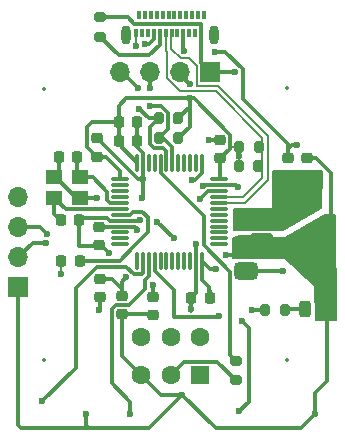
<source format=gtl>
%TF.GenerationSoftware,KiCad,Pcbnew,8.0.5*%
%TF.CreationDate,2024-09-25T16:09:38-04:00*%
%TF.ProjectId,kryptkey,6b727970-746b-4657-992e-6b696361645f,v0.1*%
%TF.SameCoordinates,Original*%
%TF.FileFunction,Copper,L1,Top*%
%TF.FilePolarity,Positive*%
%FSLAX46Y46*%
G04 Gerber Fmt 4.6, Leading zero omitted, Abs format (unit mm)*
G04 Created by KiCad (PCBNEW 8.0.5) date 2024-09-25 16:09:38*
%MOMM*%
%LPD*%
G01*
G04 APERTURE LIST*
G04 Aperture macros list*
%AMRoundRect*
0 Rectangle with rounded corners*
0 $1 Rounding radius*
0 $2 $3 $4 $5 $6 $7 $8 $9 X,Y pos of 4 corners*
0 Add a 4 corners polygon primitive as box body*
4,1,4,$2,$3,$4,$5,$6,$7,$8,$9,$2,$3,0*
0 Add four circle primitives for the rounded corners*
1,1,$1+$1,$2,$3*
1,1,$1+$1,$4,$5*
1,1,$1+$1,$6,$7*
1,1,$1+$1,$8,$9*
0 Add four rect primitives between the rounded corners*
20,1,$1+$1,$2,$3,$4,$5,0*
20,1,$1+$1,$4,$5,$6,$7,0*
20,1,$1+$1,$6,$7,$8,$9,0*
20,1,$1+$1,$8,$9,$2,$3,0*%
G04 Aperture macros list end*
%TA.AperFunction,Conductor*%
%ADD10C,0.200000*%
%TD*%
%TA.AperFunction,SMDPad,CuDef*%
%ADD11RoundRect,0.200000X-0.275000X0.200000X-0.275000X-0.200000X0.275000X-0.200000X0.275000X0.200000X0*%
%TD*%
%TA.AperFunction,SMDPad,CuDef*%
%ADD12RoundRect,0.200000X-0.200000X-0.275000X0.200000X-0.275000X0.200000X0.275000X-0.200000X0.275000X0*%
%TD*%
%TA.AperFunction,SMDPad,CuDef*%
%ADD13RoundRect,0.225000X0.225000X0.250000X-0.225000X0.250000X-0.225000X-0.250000X0.225000X-0.250000X0*%
%TD*%
%TA.AperFunction,SMDPad,CuDef*%
%ADD14RoundRect,0.225000X-0.225000X-0.250000X0.225000X-0.250000X0.225000X0.250000X-0.225000X0.250000X0*%
%TD*%
%TA.AperFunction,ComponentPad*%
%ADD15R,1.600000X1.600000*%
%TD*%
%TA.AperFunction,ComponentPad*%
%ADD16C,1.600000*%
%TD*%
%TA.AperFunction,SMDPad,CuDef*%
%ADD17RoundRect,0.375000X-0.625000X-0.375000X0.625000X-0.375000X0.625000X0.375000X-0.625000X0.375000X0*%
%TD*%
%TA.AperFunction,SMDPad,CuDef*%
%ADD18RoundRect,0.500000X-0.500000X-1.400000X0.500000X-1.400000X0.500000X1.400000X-0.500000X1.400000X0*%
%TD*%
%TA.AperFunction,SMDPad,CuDef*%
%ADD19RoundRect,0.200000X0.200000X0.275000X-0.200000X0.275000X-0.200000X-0.275000X0.200000X-0.275000X0*%
%TD*%
%TA.AperFunction,SMDPad,CuDef*%
%ADD20RoundRect,0.075000X-0.662500X-0.075000X0.662500X-0.075000X0.662500X0.075000X-0.662500X0.075000X0*%
%TD*%
%TA.AperFunction,SMDPad,CuDef*%
%ADD21RoundRect,0.075000X-0.075000X-0.662500X0.075000X-0.662500X0.075000X0.662500X-0.075000X0.662500X0*%
%TD*%
%TA.AperFunction,SMDPad,CuDef*%
%ADD22RoundRect,0.225000X0.250000X-0.225000X0.250000X0.225000X-0.250000X0.225000X-0.250000X-0.225000X0*%
%TD*%
%TA.AperFunction,SMDPad,CuDef*%
%ADD23R,1.400000X1.200000*%
%TD*%
%TA.AperFunction,SMDPad,CuDef*%
%ADD24RoundRect,0.218750X-0.256250X0.218750X-0.256250X-0.218750X0.256250X-0.218750X0.256250X0.218750X0*%
%TD*%
%TA.AperFunction,SMDPad,CuDef*%
%ADD25RoundRect,0.225000X-0.250000X0.225000X-0.250000X-0.225000X0.250000X-0.225000X0.250000X0.225000X0*%
%TD*%
%TA.AperFunction,ComponentPad*%
%ADD26R,1.700000X1.700000*%
%TD*%
%TA.AperFunction,ComponentPad*%
%ADD27O,1.700000X1.700000*%
%TD*%
%TA.AperFunction,SMDPad,CuDef*%
%ADD28RoundRect,0.200000X0.275000X-0.200000X0.275000X0.200000X-0.275000X0.200000X-0.275000X-0.200000X0*%
%TD*%
%TA.AperFunction,SMDPad,CuDef*%
%ADD29R,0.300000X0.800000*%
%TD*%
%TA.AperFunction,ComponentPad*%
%ADD30O,0.800000X1.600000*%
%TD*%
%TA.AperFunction,SMDPad,CuDef*%
%ADD31RoundRect,0.243750X-0.243750X-0.456250X0.243750X-0.456250X0.243750X0.456250X-0.243750X0.456250X0*%
%TD*%
%TA.AperFunction,ViaPad*%
%ADD32C,0.600000*%
%TD*%
%TA.AperFunction,Conductor*%
%ADD33C,0.300000*%
%TD*%
%ADD34C,0.300000*%
%ADD35C,0.350000*%
%ADD36O,0.500000X1.300000*%
G04 APERTURE END LIST*
D10*
%TO.N,GND*%
X121574380Y-66454380D02*
X121524380Y-69554380D01*
X118324380Y-71404380D01*
X114124380Y-71404380D01*
X114124380Y-69654380D01*
X117474380Y-69654380D01*
X117474380Y-66404380D01*
X121574380Y-66454380D01*
%TA.AperFunction,Conductor*%
G36*
X121574380Y-66454380D02*
G01*
X121524380Y-69554380D01*
X118324380Y-71404380D01*
X114124380Y-71404380D01*
X114124380Y-69654380D01*
X117474380Y-69654380D01*
X117474380Y-66404380D01*
X121574380Y-66454380D01*
G37*
%TD.AperFunction*%
%TO.N,+3V3*%
X122766880Y-79054380D02*
X121086880Y-79054380D01*
X121024380Y-76154380D01*
X118424380Y-73754380D01*
X114024380Y-73754380D01*
X114024380Y-72054380D01*
X118424380Y-72054380D01*
X121824380Y-70104380D01*
X122674380Y-70104380D01*
X122766880Y-79054380D01*
%TA.AperFunction,Conductor*%
G36*
X122766880Y-79054380D02*
G01*
X121086880Y-79054380D01*
X121024380Y-76154380D01*
X118424380Y-73754380D01*
X114024380Y-73754380D01*
X114024380Y-72054380D01*
X118424380Y-72054380D01*
X121824380Y-70104380D01*
X122674380Y-70104380D01*
X122766880Y-79054380D01*
G37*
%TD.AperFunction*%
%TD*%
D11*
%TO.P,R6,1*%
%TO.N,GND*%
X102824380Y-53404380D03*
%TO.P,R6,2*%
%TO.N,Net-(J3-CC1)*%
X102824380Y-55054380D03*
%TD*%
D12*
%TO.P,R2,1*%
%TO.N,/I2C1_SDA_OLED*%
X107749380Y-61954380D03*
%TO.P,R2,2*%
%TO.N,+3V3*%
X109399380Y-61954380D03*
%TD*%
D13*
%TO.P,C10,1*%
%TO.N,+3V3*%
X112074380Y-77166880D03*
%TO.P,C10,2*%
%TO.N,GND*%
X110524380Y-77166880D03*
%TD*%
D14*
%TO.P,C7,1*%
%TO.N,/HSE_OUT*%
X99486880Y-70604380D03*
%TO.P,C7,2*%
%TO.N,GND*%
X101036880Y-70604380D03*
%TD*%
D15*
%TO.P,SW4,1,A*%
%TO.N,GND*%
X111274380Y-83704380D03*
D16*
%TO.P,SW4,2,B*%
%TO.N,/SW_BOOT0*%
X108774380Y-83704380D03*
%TO.P,SW4,3,C*%
%TO.N,+3V3*%
X106274380Y-83704380D03*
%TO.P,SW4,4*%
%TO.N,N/C*%
X111274380Y-80504380D03*
%TO.P,SW4,5*%
X108774380Y-80504380D03*
%TO.P,SW4,6*%
X106274380Y-80504380D03*
%TD*%
D12*
%TO.P,R1,1*%
%TO.N,/I2C1_SCL_OLED*%
X107774380Y-63604380D03*
%TO.P,R1,2*%
%TO.N,+3V3*%
X109424380Y-63604380D03*
%TD*%
D17*
%TO.P,U1,1,GND*%
%TO.N,GND*%
X115174380Y-70304380D03*
%TO.P,U1,2,VO*%
%TO.N,+3V3*%
X115174380Y-72604380D03*
D18*
X121474380Y-72604380D03*
D17*
%TO.P,U1,3,VI*%
%TO.N,VBUS*%
X115174380Y-74904380D03*
%TD*%
D19*
%TO.P,R5,1*%
%TO.N,/USB_D+*%
X116224380Y-64354380D03*
%TO.P,R5,2*%
%TO.N,+3V3*%
X114574380Y-64354380D03*
%TD*%
D14*
%TO.P,C3,1*%
%TO.N,+3V3*%
X104374380Y-62254380D03*
%TO.P,C3,2*%
%TO.N,GND*%
X105924380Y-62254380D03*
%TD*%
D20*
%TO.P,U2,1,VBAT*%
%TO.N,+3V3*%
X104511880Y-67116880D03*
%TO.P,U2,2,PC13*%
%TO.N,unconnected-(U2-PC13-Pad2)*%
X104511880Y-67616880D03*
%TO.P,U2,3,PC14*%
%TO.N,unconnected-(U2-PC14-Pad3)*%
X104511880Y-68116880D03*
%TO.P,U2,4,PC15*%
%TO.N,unconnected-(U2-PC15-Pad4)*%
X104511880Y-68616880D03*
%TO.P,U2,5,PD0*%
%TO.N,/HSE_IN*%
X104511880Y-69116880D03*
%TO.P,U2,6,PD1*%
%TO.N,/HSE_OUT*%
X104511880Y-69616880D03*
%TO.P,U2,7,NRST*%
%TO.N,/NRST*%
X104511880Y-70116880D03*
%TO.P,U2,8,VSSA*%
%TO.N,GND*%
X104511880Y-70616880D03*
%TO.P,U2,9,VDDA*%
%TO.N,+3V3_A*%
X104511880Y-71116880D03*
%TO.P,U2,10,PA0*%
%TO.N,unconnected-(U2-PA0-Pad10)*%
X104511880Y-71616880D03*
%TO.P,U2,11,PA1*%
%TO.N,unconnected-(U2-PA1-Pad11)*%
X104511880Y-72116880D03*
%TO.P,U2,12,PA2*%
%TO.N,unconnected-(U2-PA2-Pad12)*%
X104511880Y-72616880D03*
D21*
%TO.P,U2,13,PA3*%
%TO.N,unconnected-(U2-PA3-Pad13)*%
X105924380Y-74029380D03*
%TO.P,U2,14,PA4*%
%TO.N,/UI_DOWN_BUTTON*%
X106424380Y-74029380D03*
%TO.P,U2,15,PA5*%
%TO.N,/UI_ENTER_BUTTON*%
X106924380Y-74029380D03*
%TO.P,U2,16,PA6*%
%TO.N,/UI_UP_BUTTON*%
X107424380Y-74029380D03*
%TO.P,U2,17,PA7*%
%TO.N,unconnected-(U2-PA7-Pad17)*%
X107924380Y-74029380D03*
%TO.P,U2,18,PB0*%
%TO.N,unconnected-(U2-PB0-Pad18)*%
X108424380Y-74029380D03*
%TO.P,U2,19,PB1*%
%TO.N,unconnected-(U2-PB1-Pad19)*%
X108924380Y-74029380D03*
%TO.P,U2,20,PB2*%
%TO.N,unconnected-(U2-PB2-Pad20)*%
X109424380Y-74029380D03*
%TO.P,U2,21,PB10*%
%TO.N,unconnected-(U2-PB10-Pad21)*%
X109924380Y-74029380D03*
%TO.P,U2,22,PB11*%
%TO.N,unconnected-(U2-PB11-Pad22)*%
X110424380Y-74029380D03*
%TO.P,U2,23,VSS*%
%TO.N,GND*%
X110924380Y-74029380D03*
%TO.P,U2,24,VDD*%
%TO.N,+3V3*%
X111424380Y-74029380D03*
D20*
%TO.P,U2,25,PB12*%
%TO.N,unconnected-(U2-PB12-Pad25)*%
X112836880Y-72616880D03*
%TO.P,U2,26,PB13*%
%TO.N,unconnected-(U2-PB13-Pad26)*%
X112836880Y-72116880D03*
%TO.P,U2,27,PB14*%
%TO.N,unconnected-(U2-PB14-Pad27)*%
X112836880Y-71616880D03*
%TO.P,U2,28,PB15*%
%TO.N,unconnected-(U2-PB15-Pad28)*%
X112836880Y-71116880D03*
%TO.P,U2,29,PA8*%
%TO.N,unconnected-(U2-PA8-Pad29)*%
X112836880Y-70616880D03*
%TO.P,U2,30,PA9*%
%TO.N,unconnected-(U2-PA9-Pad30)*%
X112836880Y-70116880D03*
%TO.P,U2,31,PA10*%
%TO.N,unconnected-(U2-PA10-Pad31)*%
X112836880Y-69616880D03*
%TO.P,U2,32,PA11*%
%TO.N,/USB_D-*%
X112836880Y-69116880D03*
%TO.P,U2,33,PA12*%
%TO.N,/USB_D+*%
X112836880Y-68616880D03*
%TO.P,U2,34,PA13*%
%TO.N,/SWDIO*%
X112836880Y-68116880D03*
%TO.P,U2,35,VSS*%
%TO.N,GND*%
X112836880Y-67616880D03*
%TO.P,U2,36,VDD*%
%TO.N,+3V3*%
X112836880Y-67116880D03*
D21*
%TO.P,U2,37,PA14*%
%TO.N,/SWCLK*%
X111424380Y-65704380D03*
%TO.P,U2,38,PA15*%
%TO.N,unconnected-(U2-PA15-Pad38)*%
X110924380Y-65704380D03*
%TO.P,U2,39,PB3*%
%TO.N,unconnected-(U2-PB3-Pad39)*%
X110424380Y-65704380D03*
%TO.P,U2,40,PB4*%
%TO.N,unconnected-(U2-PB4-Pad40)*%
X109924380Y-65704380D03*
%TO.P,U2,41,PB5*%
%TO.N,unconnected-(U2-PB5-Pad41)*%
X109424380Y-65704380D03*
%TO.P,U2,42,PB6*%
%TO.N,/I2C1_SCL_OLED*%
X108924380Y-65704380D03*
%TO.P,U2,43,PB7*%
%TO.N,/I2C1_SDA_OLED*%
X108424380Y-65704380D03*
%TO.P,U2,44,BOOT0*%
%TO.N,/BOOT0*%
X107924380Y-65704380D03*
%TO.P,U2,45,PB8*%
%TO.N,unconnected-(U2-PB8-Pad45)*%
X107424380Y-65704380D03*
%TO.P,U2,46,PB9*%
%TO.N,unconnected-(U2-PB9-Pad46)*%
X106924380Y-65704380D03*
%TO.P,U2,47,VSS*%
%TO.N,GND*%
X106424380Y-65704380D03*
%TO.P,U2,48,VDD*%
%TO.N,+3V3*%
X105924380Y-65704380D03*
%TD*%
D22*
%TO.P,C8,1*%
%TO.N,+3V3*%
X112974380Y-65354380D03*
%TO.P,C8,2*%
%TO.N,GND*%
X112974380Y-63804380D03*
%TD*%
D23*
%TO.P,Y1,1,1*%
%TO.N,/HSE_IN*%
X101136880Y-66966880D03*
%TO.P,Y1,2,2*%
%TO.N,GND*%
X98936880Y-66966880D03*
%TO.P,Y1,3,3*%
%TO.N,/HSE_OUT*%
X98936880Y-68666880D03*
%TO.P,Y1,4,4*%
%TO.N,GND*%
X101136880Y-68666880D03*
%TD*%
D24*
%TO.P,FB1,1*%
%TO.N,+3V3_A*%
X104624380Y-76979380D03*
%TO.P,FB1,2*%
%TO.N,+3V3*%
X104624380Y-78554380D03*
%TD*%
D25*
%TO.P,C2,1*%
%TO.N,+3V3*%
X120324380Y-65354380D03*
%TO.P,C2,2*%
%TO.N,GND*%
X120324380Y-66904380D03*
%TD*%
D26*
%TO.P,J2,1,Pin_1*%
%TO.N,+3V3*%
X95874380Y-76274380D03*
D27*
%TO.P,J2,2,Pin_2*%
%TO.N,/SWDIO*%
X95874380Y-73734380D03*
%TO.P,J2,3,Pin_3*%
%TO.N,/SWCLK*%
X95874380Y-71194380D03*
%TO.P,J2,4,Pin_4*%
%TO.N,GND*%
X95874380Y-68654380D03*
%TD*%
D25*
%TO.P,C12,1*%
%TO.N,+3V3_A*%
X102774380Y-75566880D03*
%TO.P,C12,2*%
%TO.N,GND*%
X102774380Y-77116880D03*
%TD*%
D28*
%TO.P,R4,1*%
%TO.N,/SW_BOOT0*%
X114324380Y-84154380D03*
%TO.P,R4,2*%
%TO.N,/BOOT0*%
X114324380Y-82504380D03*
%TD*%
D26*
%TO.P,J1,1,Pin_1*%
%TO.N,GND*%
X112124380Y-58054380D03*
D27*
%TO.P,J1,2,Pin_2*%
%TO.N,+3V3*%
X109584380Y-58054380D03*
%TO.P,J1,3,Pin_3*%
%TO.N,/I2C1_SCL_OLED*%
X107044380Y-58054380D03*
%TO.P,J1,4,Pin_4*%
%TO.N,/I2C1_SDA_OLED*%
X104504380Y-58054380D03*
%TD*%
D22*
%TO.P,C9,1*%
%TO.N,+3V3*%
X102524380Y-65204380D03*
%TO.P,C9,2*%
%TO.N,GND*%
X102524380Y-63654380D03*
%TD*%
%TO.P,C13,1*%
%TO.N,+3V3*%
X107274380Y-78604380D03*
%TO.P,C13,2*%
%TO.N,GND*%
X107274380Y-77054380D03*
%TD*%
D12*
%TO.P,R3,1*%
%TO.N,GND*%
X116774380Y-78204380D03*
%TO.P,R3,2*%
%TO.N,/PWR_LED_K*%
X118424380Y-78204380D03*
%TD*%
D29*
%TO.P,J3,A1,GND_A*%
%TO.N,GND*%
X105849380Y-54691880D03*
%TO.P,J3,A2,SSTXP1*%
%TO.N,unconnected-(J3-SSTXP1-PadA2)*%
X106349380Y-54691880D03*
%TO.P,J3,A3,SSTXN1*%
%TO.N,unconnected-(J3-SSTXN1-PadA3)*%
X106849380Y-54691880D03*
%TO.P,J3,A4,VBUS_A*%
%TO.N,VBUS*%
X107349380Y-54691880D03*
%TO.P,J3,A5,CC1*%
%TO.N,Net-(J3-CC1)*%
X107849380Y-54691880D03*
%TO.P,J3,A6,DP1*%
%TO.N,/USB_D+*%
X108349380Y-54691880D03*
%TO.P,J3,A7,DN1*%
%TO.N,/USB_D-*%
X108849380Y-54691880D03*
%TO.P,J3,A8,SBU1*%
%TO.N,unconnected-(J3-SBU1-PadA8)*%
X109349380Y-54691880D03*
%TO.P,J3,A9,VBUS_A*%
%TO.N,VBUS*%
X109849380Y-54691880D03*
%TO.P,J3,A10,SSRXN2*%
%TO.N,unconnected-(J3-SSRXN2-PadA10)*%
X110349380Y-54691880D03*
%TO.P,J3,A11,SSRXP2*%
%TO.N,unconnected-(J3-SSRXP2-PadA11)*%
X110849380Y-54691880D03*
%TO.P,J3,A12,GND_A*%
%TO.N,GND*%
X111349380Y-54691880D03*
%TO.P,J3,B1,GND_B*%
%TO.N,unconnected-(J3-GND_B-PadB1)_1*%
X111599380Y-53191880D03*
%TO.P,J3,B2,SSTXP2*%
%TO.N,unconnected-(J3-SSTXP2-PadB2)*%
X111099380Y-53191880D03*
%TO.P,J3,B3,SSTXN2*%
%TO.N,unconnected-(J3-SSTXN2-PadB3)*%
X110599380Y-53191880D03*
%TO.P,J3,B4,VBUS_B*%
%TO.N,unconnected-(J3-VBUS_B-PadB4)_1*%
X110099380Y-53191880D03*
%TO.P,J3,B5,CC2*%
%TO.N,unconnected-(J3-CC2-PadB5)*%
X109599380Y-53191880D03*
%TO.P,J3,B6,DP2*%
%TO.N,unconnected-(J3-DP2-PadB6)*%
X109099380Y-53191880D03*
%TO.P,J3,B7,DN2*%
%TO.N,unconnected-(J3-DN2-PadB7)*%
X108599380Y-53191880D03*
%TO.P,J3,B8,SBU2*%
%TO.N,unconnected-(J3-SBU2-PadB8)*%
X108099380Y-53191880D03*
%TO.P,J3,B9,VBUS_B*%
%TO.N,unconnected-(J3-VBUS_B-PadB4)*%
X107599380Y-53191880D03*
%TO.P,J3,B10,SSRXN1*%
%TO.N,unconnected-(J3-SSRXN1-PadB10)*%
X107099380Y-53191880D03*
%TO.P,J3,B11,SSRXP1*%
%TO.N,unconnected-(J3-SSRXP1-PadB11)*%
X106599380Y-53191880D03*
%TO.P,J3,B12,GND_B*%
%TO.N,unconnected-(J3-GND_B-PadB1)*%
X106099380Y-53191880D03*
D30*
%TO.P,J3,S1,SHELL_GND*%
%TO.N,unconnected-(J3-SHELL_GND-PadS1)*%
X112424380Y-54891880D03*
%TO.P,J3,S2,SHELL_GND*%
%TO.N,unconnected-(J3-SHELL_GND-PadS1)_1*%
X105024380Y-54891880D03*
%TD*%
D13*
%TO.P,C4,1*%
%TO.N,/NRST*%
X101074380Y-74004380D03*
%TO.P,C4,2*%
%TO.N,GND*%
X99524380Y-74004380D03*
%TD*%
D25*
%TO.P,C1,1*%
%TO.N,VBUS*%
X118724380Y-65354380D03*
%TO.P,C1,2*%
%TO.N,GND*%
X118724380Y-66904380D03*
%TD*%
D13*
%TO.P,C5,1*%
%TO.N,/HSE_IN*%
X100836880Y-65266880D03*
%TO.P,C5,2*%
%TO.N,GND*%
X99286880Y-65266880D03*
%TD*%
D12*
%TO.P,R3,1*%
%TO.N,+3V3*%
X114549380Y-65954380D03*
%TO.P,R3,2*%
%TO.N,/USB_D+*%
X116199380Y-65954380D03*
%TD*%
D31*
%TO.P,D1,1,K*%
%TO.N,/PWR_LED_K*%
X120149380Y-78104380D03*
%TO.P,D1,2,A*%
%TO.N,+3V3*%
X122024380Y-78104380D03*
%TD*%
D25*
%TO.P,C11,1*%
%TO.N,+3V3_A*%
X102674380Y-71166880D03*
%TO.P,C11,2*%
%TO.N,GND*%
X102674380Y-72716880D03*
%TD*%
D14*
%TO.P,C6,1*%
%TO.N,+3V3*%
X104374380Y-63904380D03*
%TO.P,C6,2*%
%TO.N,GND*%
X105924380Y-63904380D03*
%TD*%
D32*
%TO.N,+3V3*%
X120974380Y-86954380D03*
%TO.N,/UI_UP_BUTTON*%
X114574380Y-86754380D03*
%TO.N,+3V3*%
X109774380Y-85354380D03*
%TO.N,/UI_ENTER_BUTTON*%
X105374380Y-86954380D03*
%TO.N,+3V3*%
X101574380Y-86954380D03*
%TO.N,/UI_DOWN_BUTTON*%
X97911880Y-85891880D03*
%TO.N,GND*%
X106174380Y-70604380D03*
X112024380Y-63804380D03*
X110924380Y-72604380D03*
X106374380Y-68704380D03*
X99524380Y-75104380D03*
X117849380Y-68904380D03*
X105851149Y-55863614D03*
X107274380Y-76054380D03*
X111474380Y-67654380D03*
X114474380Y-67754380D03*
X110524380Y-78104380D03*
X114224380Y-58054380D03*
X102724380Y-78204380D03*
X103524380Y-73354380D03*
X106424380Y-67104380D03*
X102574380Y-68704380D03*
X115624380Y-78154380D03*
%TO.N,+3V3*%
X112624380Y-74704380D03*
X117174380Y-72004380D03*
X110374380Y-59054360D03*
X113424380Y-73554380D03*
X114524380Y-65154380D03*
X110374380Y-60254380D03*
%TO.N,VBUS*%
X109874380Y-56254380D03*
X112524380Y-56304380D03*
X106624380Y-55658395D03*
X118274380Y-74904380D03*
X119474380Y-64204380D03*
%TO.N,/SWDIO*%
X111274380Y-68804380D03*
X98221165Y-72552611D03*
%TO.N,/SWCLK*%
X110574380Y-67154380D03*
X98274380Y-71754380D03*
%TO.N,/I2C1_SCL_OLED*%
X107044380Y-59384380D03*
X107044380Y-60904380D03*
%TO.N,/I2C1_SDA_OLED*%
X105974380Y-59404380D03*
X106074380Y-61154380D03*
%TO.N,/UI_UP_BUTTON*%
X112874380Y-78704380D03*
X114824380Y-79154380D03*
%TO.N,+3V3_A*%
X105014760Y-75414000D03*
X109074380Y-72104380D03*
X107624380Y-70704380D03*
X105968249Y-71377371D03*
%TD*%
D33*
%TO.N,/UI_UP_BUTTON*%
X115374380Y-79704380D02*
X114824380Y-79154380D01*
X115374380Y-85954380D02*
X115374380Y-79704380D01*
X114574380Y-86754380D02*
X115374380Y-85954380D01*
%TO.N,+3V3*%
X120974380Y-85229380D02*
X122024380Y-84179380D01*
X120974380Y-86954380D02*
X120974380Y-85229380D01*
X112574380Y-88154380D02*
X109774380Y-85354380D01*
X119774380Y-88154380D02*
X112574380Y-88154380D01*
X120974380Y-86954380D02*
X119774380Y-88154380D01*
X122024380Y-84179380D02*
X122024380Y-78104380D01*
X106974380Y-88154380D02*
X101824380Y-88154380D01*
X109774380Y-85354380D02*
X106974380Y-88154380D01*
X109774380Y-85354380D02*
X107924380Y-85354380D01*
X107924380Y-85354380D02*
X106274380Y-83704380D01*
%TO.N,/UI_ENTER_BUTTON*%
X106924380Y-75304380D02*
X106924380Y-74029380D01*
X106624380Y-75604380D02*
X106924380Y-75304380D01*
X106624380Y-76409972D02*
X106624380Y-75604380D01*
X103799380Y-78093984D02*
X104126484Y-77766880D01*
X103799380Y-84404380D02*
X103799380Y-78093984D01*
X105267472Y-77766880D02*
X106624380Y-76409972D01*
X105374380Y-85979380D02*
X103799380Y-84404380D01*
X104126484Y-77766880D02*
X105267472Y-77766880D01*
X105374380Y-86954380D02*
X105374380Y-85979380D01*
%TO.N,+3V3*%
X101574380Y-86954380D02*
X101574380Y-87904380D01*
X101574380Y-87904380D02*
X101824380Y-88154380D01*
%TO.N,/UI_DOWN_BUTTON*%
X106424380Y-75054380D02*
X106424380Y-74029380D01*
X106361880Y-75116880D02*
X106424380Y-75054380D01*
X105636880Y-75116880D02*
X106361880Y-75116880D01*
X105024380Y-74504380D02*
X105636880Y-75116880D01*
X97911880Y-85891880D02*
X100724380Y-83079380D01*
X100724380Y-83079380D02*
X100724380Y-76322472D01*
X102542472Y-74504380D02*
X105024380Y-74504380D01*
X100724380Y-76322472D02*
X102542472Y-74504380D01*
%TO.N,GND*%
X105924380Y-63904380D02*
X105924380Y-64363760D01*
X111349380Y-53991880D02*
X111299380Y-53941880D01*
X102774380Y-78154380D02*
X102724380Y-78204380D01*
X102636880Y-72754380D02*
X101024380Y-72754380D01*
X105983760Y-67104380D02*
X106424380Y-67104380D01*
X101024380Y-70616880D02*
X101036880Y-70604380D01*
X110524380Y-78254380D02*
X110524380Y-78104380D01*
X103671260Y-70616880D02*
X103421260Y-70366880D01*
X98936880Y-66966880D02*
X99036880Y-66966880D01*
X101024380Y-72754380D02*
X101024380Y-70616880D01*
X102574380Y-68679380D02*
X102574380Y-68704380D01*
X116774380Y-78154380D02*
X115624380Y-78154380D01*
X102524380Y-63654380D02*
X102533760Y-63654380D01*
X111299380Y-53941880D02*
X105711880Y-53941880D01*
X101136880Y-68666880D02*
X102561880Y-68666880D01*
X99286880Y-66616880D02*
X98936880Y-66966880D01*
D10*
X105874380Y-55840383D02*
X105851149Y-55863614D01*
D33*
X100736880Y-68666880D02*
X101136880Y-68666880D01*
X104511880Y-70616880D02*
X106161880Y-70616880D01*
X110924380Y-76766880D02*
X110924380Y-74029380D01*
X114336880Y-67616880D02*
X114474380Y-67754380D01*
X111349380Y-54691880D02*
X111349380Y-53991880D01*
X102674380Y-72716880D02*
X102636880Y-72754380D01*
X106424380Y-64863760D02*
X106424380Y-65704380D01*
X105711880Y-53941880D02*
X105174380Y-53404380D01*
D10*
X105874380Y-55604380D02*
X105874380Y-55840383D01*
D33*
X104511880Y-70616880D02*
X103671260Y-70616880D01*
X106424380Y-68654380D02*
X106374380Y-68704380D01*
X102524380Y-63654380D02*
X102574380Y-63654380D01*
X110924380Y-74029380D02*
X110924380Y-72604380D01*
X112836880Y-67616880D02*
X114336880Y-67616880D01*
X99286880Y-65266880D02*
X99286880Y-66616880D01*
X102574380Y-70366880D02*
X101274380Y-70366880D01*
X111349380Y-57279380D02*
X112124380Y-58054380D01*
X101136880Y-70266880D02*
X101036880Y-70366880D01*
D10*
X105849380Y-54691880D02*
X105849380Y-55579380D01*
D33*
X99036880Y-66966880D02*
X100736880Y-68666880D01*
X103421260Y-70366880D02*
X102574380Y-70366880D01*
X111349380Y-54691880D02*
X111349380Y-57279380D01*
X102561880Y-68666880D02*
X102574380Y-68679380D01*
X112974380Y-63804380D02*
X112024380Y-63804380D01*
D10*
X105849380Y-55579380D02*
X105874380Y-55604380D01*
D33*
X107274380Y-77054380D02*
X107274380Y-76054380D01*
X106424380Y-67104380D02*
X106424380Y-68654380D01*
X102674380Y-72716880D02*
X102886880Y-72716880D01*
X102774380Y-77116880D02*
X102774380Y-78154380D01*
X105924380Y-64363760D02*
X106177500Y-64616880D01*
X105924380Y-62254380D02*
X105924380Y-63904380D01*
X110524380Y-77166880D02*
X110924380Y-76766880D01*
X105174380Y-53404380D02*
X102824380Y-53404380D01*
X101274380Y-70366880D02*
X101036880Y-70604380D01*
D10*
X99524380Y-74004380D02*
X99524380Y-75104380D01*
D33*
X112124380Y-58054380D02*
X114224380Y-58054380D01*
X110524380Y-77166880D02*
X110524380Y-78104380D01*
X111511880Y-67616880D02*
X111474380Y-67654380D01*
X112836880Y-67616880D02*
X111511880Y-67616880D01*
X106177500Y-64616880D02*
X106424380Y-64863760D01*
X102886880Y-72716880D02*
X103524380Y-73354380D01*
X106424380Y-65704380D02*
X106424380Y-67104380D01*
X106161880Y-70616880D02*
X106174380Y-70604380D01*
X116774380Y-78204380D02*
X116774380Y-78154380D01*
X102533760Y-63654380D02*
X105983760Y-67104380D01*
D10*
%TO.N,+3V3*%
X114549380Y-65179380D02*
X114524380Y-65154380D01*
D33*
X104511880Y-66391880D02*
X104511880Y-67116880D01*
X102524380Y-65204380D02*
X101699380Y-64379380D01*
X112974380Y-65354380D02*
X113799380Y-64529380D01*
X104624380Y-78554380D02*
X107224380Y-78554380D01*
X104374380Y-63904380D02*
X104374380Y-64154380D01*
X96074380Y-88154380D02*
X101824380Y-88154380D01*
X104374380Y-64154380D02*
X105924380Y-65704380D01*
X107224380Y-78554380D02*
X107274380Y-78604380D01*
X102524380Y-65204380D02*
X103324380Y-65204380D01*
X111424380Y-75654380D02*
X112024380Y-76254380D01*
X104374380Y-60904380D02*
X104374380Y-62254380D01*
X110374380Y-60254380D02*
X105024380Y-60254380D01*
X121113943Y-65354380D02*
X122324380Y-66564817D01*
X111424380Y-74029380D02*
X112099380Y-74704380D01*
X109584380Y-58054380D02*
X109584380Y-58264360D01*
X113799380Y-64529380D02*
X113799380Y-63329380D01*
X112974380Y-66979380D02*
X112836880Y-67116880D01*
X95874380Y-87954380D02*
X96074380Y-88154380D01*
X113424380Y-73554380D02*
X114224380Y-73554380D01*
D10*
X114549380Y-65954380D02*
X114549380Y-65179380D01*
D33*
X115174380Y-72604380D02*
X115174380Y-72404380D01*
X112974380Y-65354380D02*
X112974380Y-66979380D01*
X111424380Y-74029380D02*
X111424380Y-75654380D01*
X109424380Y-61954380D02*
X109399380Y-61954380D01*
X112024380Y-76554380D02*
X112074380Y-76604380D01*
X103324380Y-65204380D02*
X104511880Y-66391880D01*
X101699380Y-62679380D02*
X102124380Y-62254380D01*
D10*
X114574380Y-64354380D02*
X114574380Y-65104380D01*
D33*
X112099380Y-74704380D02*
X112624380Y-74704380D01*
X104374380Y-62254380D02*
X104374380Y-63904380D01*
X115174380Y-72404380D02*
X115724380Y-71854380D01*
X122324380Y-66564817D02*
X122324380Y-70650630D01*
X109584380Y-58264360D02*
X110374380Y-59054360D01*
X110724380Y-60254380D02*
X110374380Y-60254380D01*
D10*
X114574380Y-64354380D02*
X113974380Y-64354380D01*
D33*
X110374380Y-61004380D02*
X109424380Y-61954380D01*
X101699380Y-64379380D02*
X101699380Y-62679380D01*
X95874380Y-76274380D02*
X95874380Y-87954380D01*
X112024380Y-76254380D02*
X112024380Y-76554380D01*
X106274380Y-83704380D02*
X104624380Y-82054380D01*
X112074380Y-76604380D02*
X112074380Y-77166880D01*
X115724380Y-71854380D02*
X117174380Y-71854380D01*
X110374380Y-62654380D02*
X110374380Y-60254380D01*
X112849380Y-67104380D02*
X112836880Y-67116880D01*
D10*
X114574380Y-65104380D02*
X114524380Y-65154380D01*
D33*
X117174380Y-71854380D02*
X117174380Y-72004380D01*
X102124380Y-62254380D02*
X104374380Y-62254380D01*
X113799380Y-63329380D02*
X110724380Y-60254380D01*
X114224380Y-73554380D02*
X115174380Y-72604380D01*
X109424380Y-63604380D02*
X110374380Y-62654380D01*
X110424380Y-60304380D02*
X110374380Y-60254380D01*
X120324380Y-65354380D02*
X121113943Y-65354380D01*
X105024380Y-60254380D02*
X104374380Y-60904380D01*
X109174380Y-62254380D02*
X109174380Y-62204380D01*
X110374380Y-61004380D02*
X110374380Y-60254380D01*
X104624380Y-82054380D02*
X104624380Y-78554380D01*
D10*
X113974380Y-64354380D02*
X112974380Y-65354380D01*
D33*
%TO.N,/NRST*%
X106824380Y-71621570D02*
X106824380Y-70304380D01*
X106390000Y-69870000D02*
X105599380Y-69870000D01*
X104465000Y-74004380D02*
X105599380Y-72870000D01*
X106824380Y-70304380D02*
X106390000Y-69870000D01*
X105599380Y-72870000D02*
X105599380Y-72846570D01*
X105352500Y-70116880D02*
X104511880Y-70116880D01*
X105599380Y-72846570D02*
X106824380Y-71621570D01*
X105599380Y-69870000D02*
X105352500Y-70116880D01*
X101074380Y-74004380D02*
X104465000Y-74004380D01*
%TO.N,/HSE_IN*%
X103424380Y-68162190D02*
X102229070Y-66966880D01*
X104511880Y-69116880D02*
X103671260Y-69116880D01*
X102229070Y-66966880D02*
X101136880Y-66966880D01*
X103671260Y-69116880D02*
X103424380Y-68870000D01*
X100836880Y-66666880D02*
X101136880Y-66966880D01*
X100836880Y-65266880D02*
X100836880Y-66666880D01*
X103424380Y-68870000D02*
X103424380Y-68162190D01*
%TO.N,/HSE_OUT*%
X98936880Y-70054380D02*
X99486880Y-70604380D01*
X99886880Y-69616880D02*
X104511880Y-69616880D01*
X98936880Y-68666880D02*
X98936880Y-70054380D01*
X98936880Y-68666880D02*
X99886880Y-69616880D01*
%TO.N,VBUS*%
X119474380Y-64204380D02*
X119074380Y-64204380D01*
X109849380Y-56229380D02*
X109874380Y-56254380D01*
X118724380Y-65354380D02*
X118724380Y-64154380D01*
X118724380Y-64154380D02*
X114874380Y-60304380D01*
X107349380Y-55279380D02*
X106970365Y-55658395D01*
X118724380Y-64554380D02*
X118724380Y-65354380D01*
X115174380Y-74904380D02*
X118274380Y-74904380D01*
X109849380Y-54691880D02*
X109849380Y-56229380D01*
X113393619Y-56304380D02*
X112524380Y-56304380D01*
X118274380Y-74904380D02*
X118324380Y-74954380D01*
X114874380Y-60304380D02*
X114874380Y-57785141D01*
X119074380Y-64204380D02*
X118724380Y-64554380D01*
X107349380Y-54691880D02*
X107349380Y-55279380D01*
X106970365Y-55658395D02*
X106624380Y-55658395D01*
X114874380Y-57785141D02*
X113393619Y-56304380D01*
%TO.N,/PWR_LED_K*%
X118524380Y-78104380D02*
X118424380Y-78204380D01*
X120149380Y-78104380D02*
X118524380Y-78104380D01*
%TO.N,/SWDIO*%
X98224380Y-72504380D02*
X97104380Y-72504380D01*
X97104380Y-72504380D02*
X95874380Y-73734380D01*
X98221165Y-72552611D02*
X98224380Y-72549396D01*
X111961880Y-68116880D02*
X112836880Y-68116880D01*
X111274380Y-68804380D02*
X111961880Y-68116880D01*
X98224380Y-72549396D02*
X98224380Y-72504380D01*
%TO.N,/SWCLK*%
X98274380Y-71754380D02*
X97714380Y-71194380D01*
X97714380Y-71194380D02*
X95874380Y-71194380D01*
X111424380Y-66545000D02*
X111424380Y-65704380D01*
X110815000Y-67154380D02*
X111424380Y-66545000D01*
X110574380Y-67154380D02*
X110815000Y-67154380D01*
%TO.N,/I2C1_SCL_OLED*%
X107957738Y-60904380D02*
X108524380Y-61471022D01*
X108124380Y-63604380D02*
X107774380Y-63604380D01*
X107524380Y-63804380D02*
X107865000Y-63804380D01*
X108524380Y-61471022D02*
X108524380Y-62854380D01*
X107044380Y-60904380D02*
X107957738Y-60904380D01*
X107024380Y-59404380D02*
X107044380Y-59384380D01*
X108924380Y-64404380D02*
X108124380Y-63604380D01*
X108524380Y-62854380D02*
X107774380Y-63604380D01*
X108924380Y-65704380D02*
X108924380Y-64404380D01*
X107044380Y-58054380D02*
X107044380Y-59384380D01*
%TO.N,/I2C1_SDA_OLED*%
X108099380Y-64429380D02*
X107341022Y-64429380D01*
X104674380Y-58054380D02*
X105974380Y-59354380D01*
X104504380Y-58054380D02*
X104674380Y-58054380D01*
X107341022Y-64429380D02*
X107024380Y-64112738D01*
X106074380Y-61154380D02*
X106118788Y-61154380D01*
X106118788Y-61154380D02*
X106918788Y-61954380D01*
X107024380Y-62679380D02*
X107749380Y-61954380D01*
X105974380Y-59354380D02*
X105974380Y-59404380D01*
X107024380Y-64112738D02*
X107024380Y-62679380D01*
X108424380Y-65704380D02*
X108424380Y-64754380D01*
X106918788Y-61954380D02*
X107749380Y-61954380D01*
X108424380Y-64754380D02*
X108099380Y-64429380D01*
%TO.N,/BOOT0*%
X113824380Y-82004380D02*
X113824380Y-74945000D01*
X111574380Y-70195000D02*
X107924380Y-66545000D01*
X114324380Y-82504380D02*
X113824380Y-82004380D01*
X111574380Y-72695000D02*
X111574380Y-70195000D01*
X113824380Y-74945000D02*
X111574380Y-72695000D01*
X107924380Y-66545000D02*
X107924380Y-65704380D01*
%TO.N,/SW_BOOT0*%
X109924380Y-82554380D02*
X108774380Y-83704380D01*
X112724380Y-82554380D02*
X109924380Y-82554380D01*
X114324380Y-84154380D02*
X112724380Y-82554380D01*
D10*
%TO.N,/USB_D+*%
X112581158Y-59654360D02*
X109558014Y-59654360D01*
X112836880Y-68616880D02*
X113943131Y-68616880D01*
X114918680Y-68641880D02*
X116547082Y-67013478D01*
X108434380Y-58530726D02*
X108434380Y-56299276D01*
X108349380Y-54941880D02*
X108349380Y-54691880D01*
X116547082Y-67013478D02*
X116547082Y-63620284D01*
X109558014Y-59654360D02*
X108434380Y-58530726D01*
X116547082Y-63620284D02*
X112581158Y-59654360D01*
X108374380Y-54966880D02*
X108349380Y-54941880D01*
X113968131Y-68641880D02*
X114918680Y-68641880D01*
X108374380Y-56239276D02*
X108374380Y-54966880D01*
X113943131Y-68616880D02*
X113968131Y-68641880D01*
X108434380Y-56299276D02*
X108374380Y-56239276D01*
X112836880Y-68616880D02*
X112836880Y-68566880D01*
D33*
%TO.N,/UI_UP_BUTTON*%
X109024380Y-76470000D02*
X109024380Y-78704380D01*
X107424380Y-74029380D02*
X107424380Y-74870000D01*
X109074380Y-78754380D02*
X112824380Y-78754380D01*
X109024380Y-78704380D02*
X109074380Y-78754380D01*
X112824380Y-78754380D02*
X112874380Y-78704380D01*
X107424380Y-74870000D02*
X109024380Y-76470000D01*
D10*
%TO.N,/USB_D-*%
X108849380Y-54941880D02*
X108849380Y-54691880D01*
X116997082Y-67199878D02*
X116997082Y-63433884D01*
X116997082Y-63433884D02*
X112767578Y-59204380D01*
X110974380Y-59204380D02*
X110974380Y-57540776D01*
X112836880Y-69116880D02*
X113943131Y-69116880D01*
X108824380Y-54966880D02*
X108849380Y-54941880D01*
X108824380Y-56052909D02*
X108824380Y-54966880D01*
X113943131Y-69116880D02*
X113968131Y-69091880D01*
X112767578Y-59204380D02*
X110974380Y-59204380D01*
X110974380Y-57540776D02*
X110287984Y-56854380D01*
X115105080Y-69091880D02*
X116997082Y-67199878D01*
X112836880Y-69116880D02*
X112886880Y-69066880D01*
X109625851Y-56854380D02*
X108824380Y-56052909D01*
X110287984Y-56854380D02*
X109625851Y-56854380D01*
X113968131Y-69091880D02*
X115105080Y-69091880D01*
D33*
%TO.N,Net-(J3-CC1)*%
X106974380Y-56604380D02*
X107849380Y-55729380D01*
X104374380Y-56604380D02*
X106974380Y-56604380D01*
X107849380Y-55729380D02*
X107849380Y-54691880D01*
X102824380Y-55054380D02*
X104374380Y-56604380D01*
%TO.N,+3V3_A*%
X104624380Y-76979380D02*
X104624380Y-76404380D01*
X109024380Y-72104380D02*
X109074380Y-72104380D01*
X105014760Y-75414000D02*
X104624380Y-75804380D01*
X104624380Y-76404380D02*
X103786880Y-75566880D01*
X105767641Y-71116880D02*
X105974380Y-71323619D01*
X104511880Y-71116880D02*
X105767641Y-71116880D01*
X107624380Y-70704380D02*
X109024380Y-72104380D01*
X103786880Y-75566880D02*
X102774380Y-75566880D01*
X102724380Y-71116880D02*
X104511880Y-71116880D01*
X105974380Y-71323619D02*
X105974380Y-71371240D01*
X104624380Y-75804380D02*
X104624380Y-76404380D01*
X105974380Y-71371240D02*
X105968249Y-71377371D01*
X102674380Y-71166880D02*
X102724380Y-71116880D01*
%TD*%
D34*
X120974380Y-86954380D03*
X114574380Y-86754380D03*
X109774380Y-85354380D03*
X105374380Y-86954380D03*
X101574380Y-86954380D03*
X97911880Y-85891880D03*
X106174380Y-70604380D03*
X112024380Y-63804380D03*
X110924380Y-72604380D03*
X106374380Y-68704380D03*
X99524380Y-75104380D03*
X117849380Y-68904380D03*
X105851149Y-55863614D03*
X107274380Y-76054380D03*
X111474380Y-67654380D03*
X114474380Y-67754380D03*
X110524380Y-78104380D03*
X114224380Y-58054380D03*
X102724380Y-78204380D03*
X103524380Y-73354380D03*
X106424380Y-67104380D03*
X102574380Y-68704380D03*
X115624380Y-78154380D03*
X112624380Y-74704380D03*
X117174380Y-72004380D03*
X110374380Y-59054360D03*
X113424380Y-73554380D03*
X114524380Y-65154380D03*
X110374380Y-60254380D03*
X109874380Y-56254380D03*
X112524380Y-56304380D03*
X106624380Y-55658395D03*
X118274380Y-74904380D03*
X119474380Y-64204380D03*
X111274380Y-68804380D03*
X98221165Y-72552611D03*
X110574380Y-67154380D03*
X98274380Y-71754380D03*
X107044380Y-59384380D03*
X107044380Y-60904380D03*
X105974380Y-59404380D03*
X106074380Y-61154380D03*
X112874380Y-78704380D03*
X114824380Y-79154380D03*
X105014760Y-75414000D03*
X109074380Y-72104380D03*
X107624380Y-70704380D03*
X105968249Y-71377371D03*
D35*
X111274380Y-83704380D03*
X108774380Y-83704380D03*
X106274380Y-83704380D03*
X111274380Y-80504380D03*
X108774380Y-80504380D03*
X106274380Y-80504380D03*
X98059380Y-82434380D03*
X98059380Y-59454380D03*
X118589380Y-59404380D03*
X95874380Y-76274380D03*
X95874380Y-73734380D03*
X95874380Y-71194380D03*
X95874380Y-68654380D03*
X118589380Y-82434380D03*
X112124380Y-58054380D03*
X109584380Y-58054380D03*
X107044380Y-58054380D03*
X104504380Y-58054380D03*
D36*
X112424380Y-54891880D03*
X105024380Y-54891880D03*
M02*

</source>
